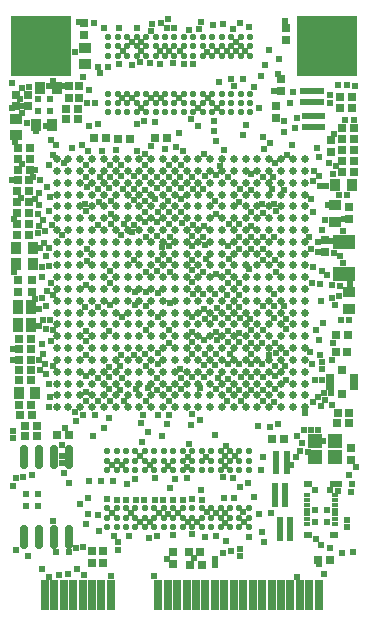
<source format=gts>
G04 Layer_Color=8388736*
%FSLAX25Y25*%
%MOIN*%
G70*
G01*
G75*
%ADD54R,0.02569X0.02962*%
%ADD55R,0.02962X0.02569*%
%ADD56R,0.03750X0.04143*%
%ADD57R,0.04143X0.03750*%
%ADD58R,0.07293X0.04931*%
%ADD59R,0.02470X0.01466*%
%ADD60R,0.02962X0.01860*%
%ADD61C,0.02569*%
%ADD62R,0.05128X0.04537*%
%ADD63R,0.01978X0.01978*%
%ADD64R,0.01978X0.01978*%
%ADD65O,0.02962X0.08080*%
%ADD66C,0.02293*%
%ADD67R,0.02962X0.10443*%
%ADD68R,0.03553X0.04734*%
%ADD69R,0.02569X0.02569*%
%ADD70R,0.02569X0.03159*%
%ADD71R,0.02962X0.05324*%
%ADD72R,0.20285X0.20285*%
%ADD73C,0.02400*%
D54*
X108100Y-46869D02*
D03*
Y-42932D02*
D03*
X24200Y-28868D02*
D03*
Y-24931D02*
D03*
X20700Y-28868D02*
D03*
Y-24931D02*
D03*
X89900Y-31532D02*
D03*
Y-35469D02*
D03*
X55400Y-184268D02*
D03*
Y-180332D02*
D03*
X25900Y-7869D02*
D03*
Y-3932D02*
D03*
X114800Y-149469D02*
D03*
Y-145531D02*
D03*
X114100Y-65232D02*
D03*
Y-69169D02*
D03*
X32000Y-179832D02*
D03*
Y-183768D02*
D03*
X28300Y-183869D02*
D03*
Y-179931D02*
D03*
X93000Y-5632D02*
D03*
Y-9568D02*
D03*
X91500Y-22632D02*
D03*
Y-26568D02*
D03*
X106200Y-76332D02*
D03*
Y-80269D02*
D03*
X8300Y-89531D02*
D03*
Y-93468D02*
D03*
X3900Y-89531D02*
D03*
Y-93468D02*
D03*
D55*
X19732Y-32600D02*
D03*
X23668D02*
D03*
X3032Y-27900D02*
D03*
X6968D02*
D03*
X19732Y-36000D02*
D03*
X23668D02*
D03*
X3032Y-31600D02*
D03*
X6968D02*
D03*
X109632Y-113400D02*
D03*
X113568D02*
D03*
X111831Y-42600D02*
D03*
X115769D02*
D03*
X37132Y-42400D02*
D03*
X41069D02*
D03*
X7569Y-56300D02*
D03*
X3632D02*
D03*
X49409Y-42126D02*
D03*
X53347D02*
D03*
X115769Y-49900D02*
D03*
X111831D02*
D03*
X115668Y-53500D02*
D03*
X111732D02*
D03*
X7468Y-63600D02*
D03*
X3531D02*
D03*
X33068Y-42100D02*
D03*
X29131D02*
D03*
X65069Y-184600D02*
D03*
X61132D02*
D03*
X60632Y-180100D02*
D03*
X64569D02*
D03*
X107869Y-183000D02*
D03*
X103931D02*
D03*
X111132Y-28600D02*
D03*
X115068D02*
D03*
Y-32100D02*
D03*
X111132D02*
D03*
X111831Y-39000D02*
D03*
X115769D02*
D03*
X3831Y-45700D02*
D03*
X7768D02*
D03*
X16831Y-141300D02*
D03*
X20768D02*
D03*
X9968Y-138200D02*
D03*
X6032D02*
D03*
X4031Y-119500D02*
D03*
X7969D02*
D03*
X6132Y-141700D02*
D03*
X10069D02*
D03*
X4231Y-131200D02*
D03*
X8168D02*
D03*
X8068Y-112700D02*
D03*
X4132D02*
D03*
Y-122900D02*
D03*
X8068D02*
D03*
X3731Y-49200D02*
D03*
X7668D02*
D03*
Y-52800D02*
D03*
X3731D02*
D03*
X111831Y-46200D02*
D03*
X115769D02*
D03*
X4431Y-134700D02*
D03*
X8369D02*
D03*
X7969Y-116100D02*
D03*
X4031D02*
D03*
X3531Y-67300D02*
D03*
X7468D02*
D03*
Y-59900D02*
D03*
X3531D02*
D03*
X3432Y-70900D02*
D03*
X7368D02*
D03*
X7468Y-74400D02*
D03*
X3531D02*
D03*
X4132Y-109200D02*
D03*
X8068D02*
D03*
X88432Y-142500D02*
D03*
X92369D02*
D03*
X109932Y-107900D02*
D03*
X113868D02*
D03*
X114269Y-133800D02*
D03*
X110331D02*
D03*
X114169Y-137200D02*
D03*
X110231D02*
D03*
D56*
X11144Y-25500D02*
D03*
X16656D02*
D03*
X15256Y-37800D02*
D03*
X9744D02*
D03*
X8656Y-79000D02*
D03*
X3144D02*
D03*
X109544Y-57800D02*
D03*
X115056D02*
D03*
X3244Y-84200D02*
D03*
X8756D02*
D03*
X3944Y-127100D02*
D03*
X9456D02*
D03*
D57*
X3100Y-35844D02*
D03*
Y-41356D02*
D03*
X26000Y-12144D02*
D03*
Y-17656D02*
D03*
X109600Y-70056D02*
D03*
Y-64544D02*
D03*
X114200Y-99156D02*
D03*
Y-93644D02*
D03*
D58*
X112300Y-87515D02*
D03*
Y-76885D02*
D03*
D59*
X100000Y-170800D02*
D03*
Y-169225D02*
D03*
Y-167650D02*
D03*
Y-166076D02*
D03*
Y-164501D02*
D03*
Y-162926D02*
D03*
Y-161351D02*
D03*
X109547Y-169225D02*
D03*
Y-167650D02*
D03*
Y-166076D02*
D03*
Y-162926D02*
D03*
Y-170800D02*
D03*
Y-161351D02*
D03*
Y-164501D02*
D03*
D60*
X100504Y-174540D02*
D03*
X109047D02*
D03*
X100504Y-157611D02*
D03*
X109047D02*
D03*
D61*
X16661Y-131939D02*
D03*
Y-128002D02*
D03*
Y-124065D02*
D03*
Y-120128D02*
D03*
Y-116191D02*
D03*
Y-112253D02*
D03*
Y-108317D02*
D03*
Y-104379D02*
D03*
Y-100443D02*
D03*
Y-96505D02*
D03*
Y-92568D02*
D03*
Y-88631D02*
D03*
Y-84694D02*
D03*
Y-80757D02*
D03*
Y-76820D02*
D03*
Y-72883D02*
D03*
Y-68946D02*
D03*
Y-65009D02*
D03*
Y-61072D02*
D03*
Y-57135D02*
D03*
Y-53198D02*
D03*
Y-49261D02*
D03*
X20598Y-131939D02*
D03*
Y-128002D02*
D03*
Y-124065D02*
D03*
Y-120128D02*
D03*
Y-116191D02*
D03*
Y-112253D02*
D03*
Y-108317D02*
D03*
Y-104379D02*
D03*
Y-100443D02*
D03*
Y-96505D02*
D03*
Y-92568D02*
D03*
Y-88631D02*
D03*
Y-84694D02*
D03*
Y-80757D02*
D03*
Y-76820D02*
D03*
Y-72883D02*
D03*
Y-68946D02*
D03*
Y-65009D02*
D03*
Y-61072D02*
D03*
Y-57135D02*
D03*
Y-53198D02*
D03*
Y-49261D02*
D03*
X24535Y-131939D02*
D03*
Y-128002D02*
D03*
Y-124065D02*
D03*
Y-120128D02*
D03*
Y-116191D02*
D03*
Y-112253D02*
D03*
Y-108317D02*
D03*
Y-104379D02*
D03*
Y-100443D02*
D03*
Y-96505D02*
D03*
Y-92568D02*
D03*
Y-88631D02*
D03*
Y-84694D02*
D03*
Y-80757D02*
D03*
Y-76820D02*
D03*
Y-72883D02*
D03*
Y-68946D02*
D03*
Y-65009D02*
D03*
Y-61072D02*
D03*
Y-57135D02*
D03*
Y-53198D02*
D03*
Y-49261D02*
D03*
X28472Y-131939D02*
D03*
Y-128002D02*
D03*
Y-124065D02*
D03*
Y-120128D02*
D03*
Y-116191D02*
D03*
Y-112253D02*
D03*
Y-108317D02*
D03*
Y-104379D02*
D03*
Y-100443D02*
D03*
Y-96505D02*
D03*
Y-92568D02*
D03*
Y-88631D02*
D03*
Y-84694D02*
D03*
Y-80757D02*
D03*
Y-76820D02*
D03*
Y-72883D02*
D03*
Y-68946D02*
D03*
Y-65009D02*
D03*
Y-61072D02*
D03*
Y-57135D02*
D03*
Y-53198D02*
D03*
Y-49261D02*
D03*
X32410Y-131939D02*
D03*
Y-128002D02*
D03*
Y-124065D02*
D03*
Y-120128D02*
D03*
Y-116191D02*
D03*
Y-112253D02*
D03*
Y-108317D02*
D03*
Y-104379D02*
D03*
Y-100443D02*
D03*
Y-96505D02*
D03*
Y-92568D02*
D03*
Y-88631D02*
D03*
Y-84694D02*
D03*
Y-80757D02*
D03*
Y-76820D02*
D03*
Y-72883D02*
D03*
Y-68946D02*
D03*
Y-65009D02*
D03*
Y-61072D02*
D03*
Y-57135D02*
D03*
Y-53198D02*
D03*
Y-49261D02*
D03*
X36347Y-131939D02*
D03*
Y-128002D02*
D03*
Y-124065D02*
D03*
Y-120128D02*
D03*
Y-116191D02*
D03*
Y-112253D02*
D03*
Y-108317D02*
D03*
Y-104379D02*
D03*
Y-100443D02*
D03*
Y-96505D02*
D03*
Y-92568D02*
D03*
Y-88631D02*
D03*
Y-84694D02*
D03*
Y-80757D02*
D03*
Y-76820D02*
D03*
Y-72883D02*
D03*
Y-68946D02*
D03*
Y-65009D02*
D03*
Y-61072D02*
D03*
Y-57135D02*
D03*
Y-53198D02*
D03*
Y-49261D02*
D03*
X40284Y-131939D02*
D03*
Y-128002D02*
D03*
Y-124065D02*
D03*
Y-120128D02*
D03*
Y-116191D02*
D03*
Y-112253D02*
D03*
Y-108317D02*
D03*
Y-104379D02*
D03*
Y-100443D02*
D03*
Y-96505D02*
D03*
Y-92568D02*
D03*
Y-88631D02*
D03*
Y-84694D02*
D03*
Y-80757D02*
D03*
Y-76820D02*
D03*
Y-72883D02*
D03*
Y-68946D02*
D03*
Y-65009D02*
D03*
Y-61072D02*
D03*
Y-57135D02*
D03*
Y-53198D02*
D03*
Y-49261D02*
D03*
X44221Y-131939D02*
D03*
Y-128002D02*
D03*
Y-124065D02*
D03*
Y-120128D02*
D03*
Y-116191D02*
D03*
Y-112253D02*
D03*
Y-108317D02*
D03*
Y-104379D02*
D03*
Y-100443D02*
D03*
Y-96505D02*
D03*
Y-92568D02*
D03*
Y-88631D02*
D03*
Y-84694D02*
D03*
Y-80757D02*
D03*
Y-76820D02*
D03*
Y-72883D02*
D03*
Y-68946D02*
D03*
Y-65009D02*
D03*
Y-61072D02*
D03*
Y-57135D02*
D03*
Y-53198D02*
D03*
Y-49261D02*
D03*
X48158Y-131939D02*
D03*
Y-128002D02*
D03*
Y-124065D02*
D03*
Y-120128D02*
D03*
Y-116191D02*
D03*
Y-112253D02*
D03*
Y-108317D02*
D03*
Y-104379D02*
D03*
Y-100443D02*
D03*
Y-96505D02*
D03*
Y-92568D02*
D03*
Y-88631D02*
D03*
Y-84694D02*
D03*
Y-80757D02*
D03*
Y-76820D02*
D03*
Y-72883D02*
D03*
Y-68946D02*
D03*
Y-65009D02*
D03*
Y-61072D02*
D03*
Y-57135D02*
D03*
Y-53198D02*
D03*
Y-49261D02*
D03*
X52095Y-131939D02*
D03*
Y-128002D02*
D03*
Y-124065D02*
D03*
Y-120128D02*
D03*
Y-116191D02*
D03*
Y-112253D02*
D03*
Y-108317D02*
D03*
Y-104379D02*
D03*
Y-100443D02*
D03*
Y-96505D02*
D03*
Y-92568D02*
D03*
Y-88631D02*
D03*
Y-84694D02*
D03*
Y-80757D02*
D03*
Y-76820D02*
D03*
Y-72883D02*
D03*
Y-68946D02*
D03*
Y-65009D02*
D03*
Y-61072D02*
D03*
Y-57135D02*
D03*
Y-53198D02*
D03*
Y-49261D02*
D03*
X56032Y-131939D02*
D03*
Y-128002D02*
D03*
Y-124065D02*
D03*
Y-120128D02*
D03*
Y-116191D02*
D03*
Y-112253D02*
D03*
Y-108317D02*
D03*
Y-104379D02*
D03*
Y-100443D02*
D03*
Y-96505D02*
D03*
Y-92568D02*
D03*
Y-88631D02*
D03*
Y-84694D02*
D03*
Y-80757D02*
D03*
Y-76820D02*
D03*
Y-72883D02*
D03*
Y-68946D02*
D03*
Y-65009D02*
D03*
Y-61072D02*
D03*
Y-57135D02*
D03*
Y-53198D02*
D03*
Y-49261D02*
D03*
X59969Y-131939D02*
D03*
Y-128002D02*
D03*
Y-124065D02*
D03*
Y-120128D02*
D03*
Y-116191D02*
D03*
Y-112253D02*
D03*
Y-108317D02*
D03*
Y-104379D02*
D03*
Y-100443D02*
D03*
Y-96505D02*
D03*
Y-92568D02*
D03*
Y-88631D02*
D03*
Y-84694D02*
D03*
Y-80757D02*
D03*
Y-76820D02*
D03*
Y-72883D02*
D03*
Y-68946D02*
D03*
Y-65009D02*
D03*
Y-61072D02*
D03*
Y-57135D02*
D03*
Y-53198D02*
D03*
Y-49261D02*
D03*
X63906Y-131939D02*
D03*
Y-128002D02*
D03*
Y-124065D02*
D03*
Y-120128D02*
D03*
Y-116191D02*
D03*
Y-112253D02*
D03*
Y-108317D02*
D03*
Y-104379D02*
D03*
Y-100443D02*
D03*
Y-96505D02*
D03*
Y-92568D02*
D03*
Y-88631D02*
D03*
Y-84694D02*
D03*
Y-80757D02*
D03*
Y-76820D02*
D03*
Y-72883D02*
D03*
Y-68946D02*
D03*
Y-65009D02*
D03*
Y-61072D02*
D03*
Y-57135D02*
D03*
Y-53198D02*
D03*
Y-49261D02*
D03*
X67843Y-131939D02*
D03*
Y-128002D02*
D03*
Y-124065D02*
D03*
Y-120128D02*
D03*
Y-116191D02*
D03*
Y-112253D02*
D03*
Y-108317D02*
D03*
Y-104379D02*
D03*
Y-100443D02*
D03*
Y-96505D02*
D03*
Y-92568D02*
D03*
Y-88631D02*
D03*
Y-84694D02*
D03*
Y-80757D02*
D03*
Y-76820D02*
D03*
Y-72883D02*
D03*
Y-68946D02*
D03*
Y-65009D02*
D03*
Y-61072D02*
D03*
Y-57135D02*
D03*
Y-53198D02*
D03*
Y-49261D02*
D03*
X71780Y-131939D02*
D03*
Y-128002D02*
D03*
Y-124065D02*
D03*
Y-120128D02*
D03*
Y-116191D02*
D03*
Y-112253D02*
D03*
Y-108317D02*
D03*
Y-104379D02*
D03*
Y-100443D02*
D03*
Y-96505D02*
D03*
Y-92568D02*
D03*
Y-88631D02*
D03*
Y-84694D02*
D03*
Y-80757D02*
D03*
Y-76820D02*
D03*
Y-72883D02*
D03*
Y-68946D02*
D03*
Y-65009D02*
D03*
Y-61072D02*
D03*
Y-57135D02*
D03*
Y-53198D02*
D03*
Y-49261D02*
D03*
X75717Y-131939D02*
D03*
Y-128002D02*
D03*
Y-124065D02*
D03*
Y-120128D02*
D03*
Y-116191D02*
D03*
Y-112253D02*
D03*
Y-108317D02*
D03*
Y-104379D02*
D03*
Y-100443D02*
D03*
Y-96505D02*
D03*
Y-92568D02*
D03*
Y-88631D02*
D03*
Y-84694D02*
D03*
Y-80757D02*
D03*
Y-76820D02*
D03*
Y-72883D02*
D03*
Y-68946D02*
D03*
Y-65009D02*
D03*
Y-61072D02*
D03*
Y-57135D02*
D03*
Y-53198D02*
D03*
Y-49261D02*
D03*
X79654Y-131939D02*
D03*
Y-128002D02*
D03*
Y-124065D02*
D03*
Y-120128D02*
D03*
Y-116191D02*
D03*
Y-112253D02*
D03*
Y-108317D02*
D03*
Y-104379D02*
D03*
Y-100443D02*
D03*
Y-96505D02*
D03*
Y-92568D02*
D03*
Y-88631D02*
D03*
Y-84694D02*
D03*
Y-80757D02*
D03*
Y-76820D02*
D03*
Y-72883D02*
D03*
Y-68946D02*
D03*
Y-65009D02*
D03*
Y-61072D02*
D03*
Y-57135D02*
D03*
Y-53198D02*
D03*
Y-49261D02*
D03*
X83591Y-131939D02*
D03*
Y-128002D02*
D03*
Y-124065D02*
D03*
Y-120128D02*
D03*
Y-116191D02*
D03*
Y-112253D02*
D03*
Y-108317D02*
D03*
Y-104379D02*
D03*
Y-100443D02*
D03*
Y-96505D02*
D03*
Y-92568D02*
D03*
Y-88631D02*
D03*
Y-84694D02*
D03*
Y-80757D02*
D03*
Y-76820D02*
D03*
Y-72883D02*
D03*
Y-68946D02*
D03*
Y-65009D02*
D03*
Y-61072D02*
D03*
Y-57135D02*
D03*
Y-53198D02*
D03*
Y-49261D02*
D03*
X87528Y-131939D02*
D03*
Y-128002D02*
D03*
Y-124065D02*
D03*
Y-120128D02*
D03*
Y-116191D02*
D03*
Y-112253D02*
D03*
Y-108317D02*
D03*
Y-104379D02*
D03*
Y-100443D02*
D03*
Y-96505D02*
D03*
Y-92568D02*
D03*
Y-88631D02*
D03*
Y-84694D02*
D03*
Y-80757D02*
D03*
Y-76820D02*
D03*
Y-72883D02*
D03*
Y-68946D02*
D03*
Y-65009D02*
D03*
Y-61072D02*
D03*
Y-57135D02*
D03*
Y-53198D02*
D03*
Y-49261D02*
D03*
X91465Y-131939D02*
D03*
Y-128002D02*
D03*
Y-124065D02*
D03*
Y-120128D02*
D03*
Y-116191D02*
D03*
Y-112253D02*
D03*
Y-108317D02*
D03*
Y-104379D02*
D03*
Y-100443D02*
D03*
Y-96505D02*
D03*
Y-92568D02*
D03*
Y-88631D02*
D03*
Y-84694D02*
D03*
Y-80757D02*
D03*
Y-76820D02*
D03*
Y-72883D02*
D03*
Y-68946D02*
D03*
Y-65009D02*
D03*
Y-61072D02*
D03*
Y-57135D02*
D03*
Y-53198D02*
D03*
Y-49261D02*
D03*
X95402Y-131939D02*
D03*
Y-128002D02*
D03*
Y-124065D02*
D03*
Y-120128D02*
D03*
Y-116191D02*
D03*
Y-112253D02*
D03*
Y-108317D02*
D03*
Y-104379D02*
D03*
Y-100443D02*
D03*
Y-96505D02*
D03*
Y-92568D02*
D03*
Y-88631D02*
D03*
Y-84694D02*
D03*
Y-80757D02*
D03*
Y-76820D02*
D03*
Y-72883D02*
D03*
Y-68946D02*
D03*
Y-65009D02*
D03*
Y-61072D02*
D03*
Y-57135D02*
D03*
Y-53198D02*
D03*
Y-49261D02*
D03*
X99339Y-131939D02*
D03*
Y-128002D02*
D03*
Y-124065D02*
D03*
Y-120128D02*
D03*
Y-116191D02*
D03*
Y-112253D02*
D03*
Y-108317D02*
D03*
Y-104379D02*
D03*
Y-100443D02*
D03*
Y-96505D02*
D03*
Y-92568D02*
D03*
Y-88631D02*
D03*
Y-84694D02*
D03*
Y-80757D02*
D03*
Y-76820D02*
D03*
Y-72883D02*
D03*
Y-68946D02*
D03*
Y-65009D02*
D03*
Y-61072D02*
D03*
Y-57135D02*
D03*
Y-53198D02*
D03*
Y-49261D02*
D03*
D62*
X102753Y-148658D02*
D03*
Y-143342D02*
D03*
X109447Y-148658D02*
D03*
Y-143342D02*
D03*
D63*
X105253Y-34928D02*
D03*
X103284D02*
D03*
X101316D02*
D03*
X99347D02*
D03*
X105253Y-38472D02*
D03*
X103284D02*
D03*
X101316D02*
D03*
X99347D02*
D03*
X104753Y-26528D02*
D03*
X102784D02*
D03*
X100816D02*
D03*
X98847D02*
D03*
X104753Y-30072D02*
D03*
X102784D02*
D03*
X100816D02*
D03*
X98847D02*
D03*
D64*
X91028Y-169547D02*
D03*
Y-171516D02*
D03*
Y-173484D02*
D03*
Y-175453D02*
D03*
X94572Y-169547D02*
D03*
Y-171516D02*
D03*
Y-173484D02*
D03*
Y-175453D02*
D03*
X92872Y-164253D02*
D03*
Y-162284D02*
D03*
Y-160316D02*
D03*
Y-158347D02*
D03*
X89328Y-164253D02*
D03*
Y-162284D02*
D03*
Y-160316D02*
D03*
Y-158347D02*
D03*
X89728Y-147447D02*
D03*
Y-149416D02*
D03*
Y-151384D02*
D03*
Y-153353D02*
D03*
X93272Y-147447D02*
D03*
Y-149416D02*
D03*
Y-151384D02*
D03*
Y-153353D02*
D03*
D65*
X5800Y-175089D02*
D03*
X10800D02*
D03*
X15800D02*
D03*
X20800D02*
D03*
X5800Y-148711D02*
D03*
X10800D02*
D03*
X15800D02*
D03*
X20800D02*
D03*
D66*
X33878Y-33698D02*
D03*
Y-30549D02*
D03*
Y-27399D02*
D03*
Y-14801D02*
D03*
Y-11651D02*
D03*
Y-8502D02*
D03*
X37028Y-33698D02*
D03*
Y-30549D02*
D03*
Y-27399D02*
D03*
Y-14801D02*
D03*
Y-11651D02*
D03*
Y-8502D02*
D03*
X40177Y-33698D02*
D03*
Y-30549D02*
D03*
Y-27399D02*
D03*
Y-14801D02*
D03*
Y-11651D02*
D03*
Y-8502D02*
D03*
X43327Y-33698D02*
D03*
Y-30549D02*
D03*
Y-27399D02*
D03*
Y-14801D02*
D03*
Y-11651D02*
D03*
Y-8502D02*
D03*
X46476Y-33698D02*
D03*
Y-30549D02*
D03*
Y-27399D02*
D03*
Y-14801D02*
D03*
Y-11651D02*
D03*
Y-8502D02*
D03*
X49626Y-33698D02*
D03*
Y-30549D02*
D03*
Y-27399D02*
D03*
Y-14801D02*
D03*
Y-11651D02*
D03*
Y-8502D02*
D03*
X52776Y-33698D02*
D03*
Y-30549D02*
D03*
Y-27399D02*
D03*
Y-14801D02*
D03*
Y-11651D02*
D03*
Y-8502D02*
D03*
X55925Y-33698D02*
D03*
Y-30549D02*
D03*
Y-27399D02*
D03*
Y-14801D02*
D03*
Y-11651D02*
D03*
Y-8502D02*
D03*
X59075Y-33698D02*
D03*
Y-30549D02*
D03*
Y-27399D02*
D03*
Y-14801D02*
D03*
Y-11651D02*
D03*
Y-8502D02*
D03*
X62224Y-33698D02*
D03*
Y-30549D02*
D03*
Y-27399D02*
D03*
Y-14801D02*
D03*
Y-11651D02*
D03*
Y-8502D02*
D03*
X65374Y-33698D02*
D03*
Y-30549D02*
D03*
Y-27399D02*
D03*
Y-14801D02*
D03*
Y-11651D02*
D03*
Y-8502D02*
D03*
X68524Y-33698D02*
D03*
Y-30549D02*
D03*
Y-27399D02*
D03*
Y-14801D02*
D03*
Y-11651D02*
D03*
Y-8502D02*
D03*
X71673Y-33698D02*
D03*
Y-30549D02*
D03*
Y-27399D02*
D03*
Y-14801D02*
D03*
Y-11651D02*
D03*
Y-8502D02*
D03*
X74823Y-33698D02*
D03*
Y-30549D02*
D03*
Y-27399D02*
D03*
Y-14801D02*
D03*
Y-11651D02*
D03*
Y-8502D02*
D03*
X77972Y-33698D02*
D03*
Y-30549D02*
D03*
Y-27399D02*
D03*
Y-14801D02*
D03*
Y-11651D02*
D03*
Y-8502D02*
D03*
X81122Y-33698D02*
D03*
Y-30549D02*
D03*
Y-27399D02*
D03*
Y-14801D02*
D03*
Y-11651D02*
D03*
Y-8502D02*
D03*
X80722Y-146702D02*
D03*
Y-149851D02*
D03*
Y-153001D02*
D03*
Y-165599D02*
D03*
Y-168749D02*
D03*
Y-171898D02*
D03*
X77572Y-146702D02*
D03*
Y-149851D02*
D03*
Y-153001D02*
D03*
Y-165599D02*
D03*
Y-168749D02*
D03*
Y-171898D02*
D03*
X74423Y-146702D02*
D03*
Y-149851D02*
D03*
Y-153001D02*
D03*
Y-165599D02*
D03*
Y-168749D02*
D03*
Y-171898D02*
D03*
X71273Y-146702D02*
D03*
Y-149851D02*
D03*
Y-153001D02*
D03*
Y-165599D02*
D03*
Y-168749D02*
D03*
Y-171898D02*
D03*
X68124Y-146702D02*
D03*
Y-149851D02*
D03*
Y-153001D02*
D03*
Y-165599D02*
D03*
Y-168749D02*
D03*
Y-171898D02*
D03*
X64974Y-146702D02*
D03*
Y-149851D02*
D03*
Y-153001D02*
D03*
Y-165599D02*
D03*
Y-168749D02*
D03*
Y-171898D02*
D03*
X61824Y-146702D02*
D03*
Y-149851D02*
D03*
Y-153001D02*
D03*
Y-165599D02*
D03*
Y-168749D02*
D03*
Y-171898D02*
D03*
X58675Y-146702D02*
D03*
Y-149851D02*
D03*
Y-153001D02*
D03*
Y-165599D02*
D03*
Y-168749D02*
D03*
Y-171898D02*
D03*
X55525Y-146702D02*
D03*
Y-149851D02*
D03*
Y-153001D02*
D03*
Y-165599D02*
D03*
Y-168749D02*
D03*
Y-171898D02*
D03*
X52376Y-146702D02*
D03*
Y-149851D02*
D03*
Y-153001D02*
D03*
Y-165599D02*
D03*
Y-168749D02*
D03*
Y-171898D02*
D03*
X49226Y-146702D02*
D03*
Y-149851D02*
D03*
Y-153001D02*
D03*
Y-165599D02*
D03*
Y-168749D02*
D03*
Y-171898D02*
D03*
X46076Y-146702D02*
D03*
Y-149851D02*
D03*
Y-153001D02*
D03*
Y-165599D02*
D03*
Y-168749D02*
D03*
Y-171898D02*
D03*
X42927Y-146702D02*
D03*
Y-149851D02*
D03*
Y-153001D02*
D03*
Y-165599D02*
D03*
Y-168749D02*
D03*
Y-171898D02*
D03*
X39777Y-146702D02*
D03*
Y-149851D02*
D03*
Y-153001D02*
D03*
Y-165599D02*
D03*
Y-168749D02*
D03*
Y-171898D02*
D03*
X36628Y-146702D02*
D03*
Y-149851D02*
D03*
Y-153001D02*
D03*
Y-165599D02*
D03*
Y-168749D02*
D03*
Y-171898D02*
D03*
X33478Y-146702D02*
D03*
Y-149851D02*
D03*
Y-153001D02*
D03*
Y-165599D02*
D03*
Y-168749D02*
D03*
Y-171898D02*
D03*
D67*
X12702Y-194694D02*
D03*
X15852D02*
D03*
X19001D02*
D03*
X22151D02*
D03*
X25300D02*
D03*
X28450D02*
D03*
X31600D02*
D03*
X34749D02*
D03*
X50497Y-194694D02*
D03*
X53647D02*
D03*
X56796D02*
D03*
X59946D02*
D03*
X63096D02*
D03*
X66245D02*
D03*
X69395D02*
D03*
X72544D02*
D03*
X75694D02*
D03*
X78844D02*
D03*
X81993D02*
D03*
X85143D02*
D03*
X88292D02*
D03*
X91442D02*
D03*
X94592D02*
D03*
X97741D02*
D03*
X100891D02*
D03*
X104041D02*
D03*
D68*
X3635Y-104453D02*
D03*
Y-98547D02*
D03*
X7965Y-104453D02*
D03*
Y-98547D02*
D03*
D69*
X111700Y-119466D02*
D03*
D70*
Y-127439D02*
D03*
D71*
X107763Y-123600D02*
D03*
X115637D02*
D03*
D72*
X11520Y-11427D02*
D03*
X106795D02*
D03*
D73*
X61900Y-106800D02*
D03*
X26500Y-109800D02*
D03*
X54000Y-110400D02*
D03*
X14700Y-109900D02*
D03*
X12100Y-114200D02*
D03*
X26300Y-121600D02*
D03*
X94800Y-151300D02*
D03*
X103000Y-175800D02*
D03*
X104900Y-177800D02*
D03*
X2500Y-69200D02*
D03*
X85400Y-148500D02*
D03*
X85500Y-126100D02*
D03*
X98600Y-143800D02*
D03*
X97700Y-146600D02*
D03*
X96364Y-148564D02*
D03*
X100300Y-146800D02*
D03*
X105500Y-143300D02*
D03*
X74700Y-179900D02*
D03*
X73100Y-176500D02*
D03*
X15300Y-48000D02*
D03*
X26176Y-64076D02*
D03*
X26600Y-66400D02*
D03*
X21700Y-45500D02*
D03*
X66200Y-54800D02*
D03*
X58000Y-51230D02*
D03*
X57400Y-40600D02*
D03*
X61367Y-35966D02*
D03*
X63900Y-38100D02*
D03*
X69200Y-39900D02*
D03*
X69800Y-54700D02*
D03*
X69529Y-63323D02*
D03*
X77400Y-70900D02*
D03*
X74000Y-70800D02*
D03*
X81600Y-66900D02*
D03*
X65592Y-75134D02*
D03*
X65500Y-59300D02*
D03*
X77600Y-63500D02*
D03*
X81500Y-59700D02*
D03*
X85277Y-67260D02*
D03*
X81400Y-71700D02*
D03*
X81340Y-75134D02*
D03*
X58315Y-70600D02*
D03*
X54200Y-70800D02*
D03*
X50100Y-70300D02*
D03*
X50409Y-83008D02*
D03*
X54000Y-82800D02*
D03*
X42300D02*
D03*
X89180Y-64064D02*
D03*
X92600Y-59400D02*
D03*
X102100Y-56700D02*
D03*
X102600Y-53300D02*
D03*
X104000Y-48700D02*
D03*
X103400Y-45400D02*
D03*
X77403Y-75134D02*
D03*
X88600Y-59300D02*
D03*
X89700Y-66700D02*
D03*
X104200Y-55000D02*
D03*
X101400Y-62500D02*
D03*
X53700Y-63200D02*
D03*
X49400Y-62600D02*
D03*
X89214Y-75134D02*
D03*
X85277D02*
D03*
X46000Y-47600D02*
D03*
X77403Y-79071D02*
D03*
X65956Y-78000D02*
D03*
X66500Y-82672D02*
D03*
X61655Y-86380D02*
D03*
X61800Y-82800D02*
D03*
X38100Y-54900D02*
D03*
X38800Y-59200D02*
D03*
X34000Y-59000D02*
D03*
X30400Y-59100D02*
D03*
X30700Y-63500D02*
D03*
X34800Y-67400D02*
D03*
Y-70900D02*
D03*
X43300Y-37500D02*
D03*
X42500Y-55000D02*
D03*
X42300Y-59300D02*
D03*
X38100Y-51200D02*
D03*
X31100Y-55200D02*
D03*
X30500Y-71300D02*
D03*
X46472Y-86945D02*
D03*
X38100Y-74700D02*
D03*
X50100Y-86500D02*
D03*
X54181Y-78200D02*
D03*
X51783Y-78408D02*
D03*
X46505Y-93500D02*
D03*
X50500Y-101900D02*
D03*
X42700Y-93400D02*
D03*
X34550Y-51317D02*
D03*
X50300Y-67000D02*
D03*
X46200D02*
D03*
X38500Y-101800D02*
D03*
X34100Y-106400D02*
D03*
X26700Y-79200D02*
D03*
X26800Y-58700D02*
D03*
X26700Y-83100D02*
D03*
X73800Y-87000D02*
D03*
X10757Y-99252D02*
D03*
Y-104790D02*
D03*
X11700Y-110900D02*
D03*
X12900Y-117500D02*
D03*
X13200Y-120800D02*
D03*
X14000Y-124200D02*
D03*
X12000Y-102800D02*
D03*
X13000Y-105800D02*
D03*
X14375Y-102858D02*
D03*
X15300Y-106300D02*
D03*
X9500Y-95950D02*
D03*
X13000Y-98100D02*
D03*
X11800Y-95500D02*
D03*
X10700Y-116300D02*
D03*
X11100Y-119600D02*
D03*
X15300Y-118200D02*
D03*
X54200Y-106200D02*
D03*
X12900Y-73100D02*
D03*
X18329Y-74446D02*
D03*
X10600Y-73900D02*
D03*
X26400Y-91200D02*
D03*
X26200Y-98600D02*
D03*
X38200Y-114500D02*
D03*
X70100Y-109700D02*
D03*
X77800Y-102300D02*
D03*
X70192Y-98800D02*
D03*
X65737Y-109716D02*
D03*
X15100Y-71100D02*
D03*
X14100Y-78900D02*
D03*
X13200Y-81400D02*
D03*
X14200Y-84900D02*
D03*
X11900Y-85200D02*
D03*
X10800Y-71500D02*
D03*
X10600Y-67400D02*
D03*
X12000Y-69400D02*
D03*
X14200Y-66600D02*
D03*
X74000Y-82700D02*
D03*
X65592Y-86945D02*
D03*
X73730Y-78100D02*
D03*
X61700Y-90300D02*
D03*
X73900Y-90400D02*
D03*
X77500Y-90700D02*
D03*
Y-94400D02*
D03*
X11900Y-88700D02*
D03*
X11100Y-79000D02*
D03*
X14700Y-90600D02*
D03*
X2200Y-116100D02*
D03*
X22700Y-133700D02*
D03*
X19500Y-139000D02*
D03*
X2100Y-112700D02*
D03*
X34100Y-118400D02*
D03*
X37700Y-118200D02*
D03*
X34200Y-122000D02*
D03*
X34400Y-129900D02*
D03*
X42500Y-114483D02*
D03*
X73900Y-110200D02*
D03*
X104500Y-114500D02*
D03*
X73700Y-102200D02*
D03*
X61700Y-110100D02*
D03*
X66000Y-102500D02*
D03*
X93000Y-102600D02*
D03*
X93100Y-106000D02*
D03*
X85600Y-106200D02*
D03*
X105000Y-116900D02*
D03*
X103916Y-80101D02*
D03*
X103900Y-76800D02*
D03*
X104100Y-109600D02*
D03*
X103100Y-106300D02*
D03*
X105500Y-103900D02*
D03*
X85277Y-98191D02*
D03*
X89214D02*
D03*
X77900Y-181400D02*
D03*
X92600Y-98100D02*
D03*
X77900Y-179100D02*
D03*
X69300Y-184700D02*
D03*
X37100Y-179400D02*
D03*
Y-177000D02*
D03*
X69300Y-182400D02*
D03*
X53500Y-182600D02*
D03*
X35800Y-175000D02*
D03*
X30700Y-173300D02*
D03*
X65810Y-99116D02*
D03*
X62257Y-94150D02*
D03*
X65600Y-94300D02*
D03*
X77600Y-98700D02*
D03*
X104300Y-58200D02*
D03*
X106600Y-58300D02*
D03*
X110800Y-61200D02*
D03*
X113400D02*
D03*
X107300Y-50700D02*
D03*
X109800Y-51700D02*
D03*
X108900Y-54300D02*
D03*
X51300Y-3900D02*
D03*
X53900Y-2600D02*
D03*
X64200Y-5900D02*
D03*
X64900Y-3600D02*
D03*
X68700Y-4400D02*
D03*
X53600Y-5400D02*
D03*
X48500Y-4200D02*
D03*
X44400Y-16800D02*
D03*
X51200Y-17700D02*
D03*
X85500Y-55300D02*
D03*
X88800Y-55167D02*
D03*
X95100Y-44500D02*
D03*
X89214Y-94254D02*
D03*
X46200Y-114200D02*
D03*
X43000Y-125992D02*
D03*
X27600Y-156500D02*
D03*
X78900Y-166900D02*
D03*
X62600Y-182200D02*
D03*
X13400Y-93300D02*
D03*
X14400Y-62050D02*
D03*
X13300Y-58600D02*
D03*
X14000Y-51300D02*
D03*
X30300Y-18400D02*
D03*
X16400Y-44700D02*
D03*
X14700Y-43000D02*
D03*
X13200Y-38100D02*
D03*
X66000Y-114300D02*
D03*
X61900Y-101900D02*
D03*
X26500Y-126800D02*
D03*
X54346Y-86945D02*
D03*
X61800Y-74800D02*
D03*
X61900Y-78100D02*
D03*
X46200Y-55100D02*
D03*
X81486Y-54324D02*
D03*
X18900Y-24900D02*
D03*
X22800Y-13400D02*
D03*
X27600Y-38100D02*
D03*
X89300Y-50400D02*
D03*
X101300Y-79300D02*
D03*
X65900Y-118000D02*
D03*
X57700Y-119100D02*
D03*
X46300Y-118200D02*
D03*
X39022Y-129970D02*
D03*
X34100Y-125900D02*
D03*
X77933Y-158700D02*
D03*
X72848Y-170438D02*
D03*
X81400Y-79100D02*
D03*
X85277Y-83008D02*
D03*
X93400Y-47900D02*
D03*
X96200Y-39000D02*
D03*
X96900Y-35700D02*
D03*
X94500Y-30400D02*
D03*
X95300Y-27000D02*
D03*
X92500Y-40200D02*
D03*
X69300Y-141300D02*
D03*
X75300Y-5900D02*
D03*
X25700Y-188000D02*
D03*
X50500Y-94000D02*
D03*
X27100Y-162100D02*
D03*
X24600Y-164300D02*
D03*
X27200Y-167700D02*
D03*
X20700Y-157200D02*
D03*
X19200Y-153900D02*
D03*
X26600Y-171000D02*
D03*
X25400Y-178672D02*
D03*
X23100Y-178900D02*
D03*
X20800Y-180100D02*
D03*
X36628Y-162772D02*
D03*
X9600Y-62700D02*
D03*
X74100Y-98600D02*
D03*
X54400Y-97300D02*
D03*
X42800Y-98000D02*
D03*
X69600Y-94200D02*
D03*
X46472Y-106065D02*
D03*
X47700Y-170300D02*
D03*
X85700Y-176800D02*
D03*
X85200Y-173400D02*
D03*
X88100Y-167300D02*
D03*
X113500Y-24600D02*
D03*
X43327Y-5527D02*
D03*
X96800Y-188400D02*
D03*
X113300Y-171900D02*
D03*
X50000Y-175000D02*
D03*
X80700Y-5100D02*
D03*
X72000Y-4300D02*
D03*
X44800Y-13100D02*
D03*
X85243Y-64064D02*
D03*
X69200Y-36600D02*
D03*
X116100Y-24800D02*
D03*
X47000Y-140300D02*
D03*
X44500Y-148300D02*
D03*
X45200Y-143700D02*
D03*
X51630Y-141663D02*
D03*
X73400Y-94400D02*
D03*
X100900Y-75100D02*
D03*
X11900Y-185800D02*
D03*
X20600Y-187400D02*
D03*
X90600Y-20868D02*
D03*
X55925Y-5425D02*
D03*
X110300Y-24700D02*
D03*
X73700Y-55100D02*
D03*
X54236Y-13226D02*
D03*
X60700Y-6200D02*
D03*
X58800Y-46600D02*
D03*
X58000Y-62396D02*
D03*
X52776Y-45924D02*
D03*
X57933Y-55100D02*
D03*
X63800Y-32100D02*
D03*
X57400Y-28874D02*
D03*
X55600Y-17300D02*
D03*
X70213Y-32124D02*
D03*
X70900Y-23500D02*
D03*
X65900Y-71500D02*
D03*
X65700Y-47400D02*
D03*
X76400Y-13200D02*
D03*
X70000Y-13210D02*
D03*
X51275Y-28900D02*
D03*
X50033Y-55266D02*
D03*
X26600Y-55200D02*
D03*
Y-51200D02*
D03*
X50100Y-59000D02*
D03*
X41900Y-17800D02*
D03*
X54100Y-51300D02*
D03*
X56300Y-45300D02*
D03*
X54400Y-159000D02*
D03*
X57214Y-167174D02*
D03*
X60582Y-148495D02*
D03*
X72200Y-155200D02*
D03*
X87700Y-138500D02*
D03*
X90400Y-137600D02*
D03*
X83700Y-138300D02*
D03*
X76172Y-148336D02*
D03*
X72900Y-151400D02*
D03*
X82300Y-161800D02*
D03*
X84200Y-167400D02*
D03*
X84800Y-153000D02*
D03*
X96900Y-141700D02*
D03*
X72800Y-148300D02*
D03*
X74200Y-126100D02*
D03*
X78000Y-121800D02*
D03*
X64300Y-136300D02*
D03*
X73400Y-129900D02*
D03*
X79200Y-170300D02*
D03*
X80300Y-157100D02*
D03*
X72900Y-167122D02*
D03*
X60100Y-155500D02*
D03*
X60043Y-151747D02*
D03*
X69900Y-126000D02*
D03*
X64600Y-125700D02*
D03*
X77500Y-126100D02*
D03*
X70500Y-122100D02*
D03*
X73700Y-122500D02*
D03*
X65900Y-122000D02*
D03*
X25400Y-134600D02*
D03*
X23200Y-136400D02*
D03*
X35564Y-156398D02*
D03*
X30400Y-130000D02*
D03*
X29300Y-134700D02*
D03*
X31600Y-156500D02*
D03*
X32400Y-138800D02*
D03*
X38450Y-151292D02*
D03*
X37700Y-126100D02*
D03*
X47700Y-151300D02*
D03*
X52000Y-162800D02*
D03*
X50500Y-134500D02*
D03*
X50050Y-126100D02*
D03*
X49300Y-162800D02*
D03*
X45500Y-134500D02*
D03*
X44900Y-137200D02*
D03*
X53700Y-167400D02*
D03*
X49600Y-155700D02*
D03*
X56100Y-155800D02*
D03*
X53300Y-137600D02*
D03*
X47200Y-125700D02*
D03*
X53836Y-151426D02*
D03*
X35121Y-151244D02*
D03*
X40100Y-157500D02*
D03*
X42800Y-156000D02*
D03*
X54100Y-126000D02*
D03*
X55300Y-162800D02*
D03*
X61900Y-114300D02*
D03*
X34154Y-135400D02*
D03*
X26500Y-129900D02*
D03*
X38400Y-122100D02*
D03*
X43100Y-162800D02*
D03*
X50200Y-122225D02*
D03*
X46300Y-129967D02*
D03*
X45800Y-162800D02*
D03*
X54100Y-134400D02*
D03*
Y-130000D02*
D03*
X58004Y-122100D02*
D03*
X35000Y-167227D02*
D03*
X41400Y-167200D02*
D03*
X50800D02*
D03*
X33478Y-162678D02*
D03*
X39777Y-162723D02*
D03*
X61655Y-121814D02*
D03*
X85277Y-79071D02*
D03*
X75400Y-155700D02*
D03*
X69672Y-167200D02*
D03*
X61600Y-137900D02*
D03*
X61700Y-134200D02*
D03*
X64900Y-159600D02*
D03*
X58675Y-162825D02*
D03*
X65200Y-162900D02*
D03*
X66822Y-166787D02*
D03*
X61900Y-162700D02*
D03*
X60700Y-144300D02*
D03*
X72400Y-162300D02*
D03*
X66700Y-13400D02*
D03*
X57614Y-13226D02*
D03*
X51000Y-13100D02*
D03*
X46200Y-51200D02*
D03*
X48100Y-44800D02*
D03*
X44900Y-32200D02*
D03*
X48025Y-29000D02*
D03*
X45700Y-36500D02*
D03*
X43400Y-46600D02*
D03*
X47900Y-17100D02*
D03*
X36400Y-46100D02*
D03*
X46100Y-59400D02*
D03*
X38500Y-28986D02*
D03*
X41800Y-28900D02*
D03*
X38700Y-13200D02*
D03*
X34400Y-55189D02*
D03*
X30600Y-37700D02*
D03*
X31800Y-46400D02*
D03*
X25200Y-44500D02*
D03*
X27000Y-46700D02*
D03*
X27500Y-26100D02*
D03*
X37600Y-17500D02*
D03*
X33927Y-18499D02*
D03*
X31100Y-20600D02*
D03*
X71021Y-51546D02*
D03*
X77800Y-59200D02*
D03*
X58100Y-59000D02*
D03*
X54100Y-59100D02*
D03*
X54000Y-55200D02*
D03*
X49500Y-37000D02*
D03*
X76500Y-10179D02*
D03*
X74700Y-22400D02*
D03*
X73293Y-13295D02*
D03*
X69800Y-43300D02*
D03*
X72500Y-46200D02*
D03*
X79700Y-37900D02*
D03*
X82600Y-25100D02*
D03*
X78900Y-22700D02*
D03*
X75900Y-24900D02*
D03*
X69872Y-67623D02*
D03*
X62000Y-71200D02*
D03*
X79573Y-13200D02*
D03*
X86100Y-17800D02*
D03*
X84800Y-21700D02*
D03*
X87300Y-13000D02*
D03*
X89000Y-26500D02*
D03*
X54100Y-67015D02*
D03*
X78800Y-41300D02*
D03*
X87700Y-44000D02*
D03*
X85700Y-45800D02*
D03*
X85600Y-41900D02*
D03*
X84100Y-32100D02*
D03*
X107800Y-30500D02*
D03*
X67000Y-29000D02*
D03*
X62000Y-59167D02*
D03*
X61900Y-55100D02*
D03*
X62200Y-17500D02*
D03*
X59000Y-17400D02*
D03*
X55525Y-174425D02*
D03*
X2000Y-139900D02*
D03*
X28900Y-141433D02*
D03*
X10800Y-60400D02*
D03*
X112700Y-36100D02*
D03*
X80800Y-175100D02*
D03*
X66400Y-148500D02*
D03*
X75700Y-162100D02*
D03*
X2700Y-43400D02*
D03*
X5000Y-25600D02*
D03*
X7500Y-25200D02*
D03*
X29100Y-4000D02*
D03*
X109200Y-40900D02*
D03*
X92700Y-3100D02*
D03*
X6800Y-37300D02*
D03*
X11000Y-56200D02*
D03*
X37300Y-5600D02*
D03*
X32500Y-5700D02*
D03*
X90900Y-15800D02*
D03*
X2400Y-86800D02*
D03*
X2000Y-142200D02*
D03*
X7000Y-181400D02*
D03*
X15300Y-170000D02*
D03*
X9500Y-52800D02*
D03*
X8847Y-55100D02*
D03*
X19100Y-50700D02*
D03*
X107900Y-28000D02*
D03*
X29400Y-30500D02*
D03*
X26800Y-30600D02*
D03*
X58000Y-125900D02*
D03*
X73077Y-145050D02*
D03*
X14200Y-188400D02*
D03*
X17300Y-187900D02*
D03*
X34700Y-188200D02*
D03*
X63600Y-170200D02*
D03*
X47500Y-175700D02*
D03*
X69900Y-175000D02*
D03*
X60300Y-170300D02*
D03*
X66000Y-175200D02*
D03*
X61824Y-174376D02*
D03*
X72200Y-180600D02*
D03*
X40800Y-174800D02*
D03*
X44400Y-170300D02*
D03*
X18400Y-144600D02*
D03*
X23600Y-185900D02*
D03*
X30300Y-167800D02*
D03*
X89500Y-82800D02*
D03*
X9700Y-40000D02*
D03*
X10900Y-64700D02*
D03*
X3200Y-179400D02*
D03*
X16400Y-180300D02*
D03*
X102200Y-67000D02*
D03*
X109100Y-80400D02*
D03*
X111153Y-81600D02*
D03*
X89750Y-86900D02*
D03*
X108700Y-110700D02*
D03*
X101200Y-113700D02*
D03*
X34700Y-63100D02*
D03*
X46000Y-63200D02*
D03*
X42600Y-63000D02*
D03*
X42535Y-71197D02*
D03*
X46300Y-98100D02*
D03*
X30400Y-98400D02*
D03*
X39100Y-70900D02*
D03*
X12546Y-77154D02*
D03*
X41900Y-73700D02*
D03*
X46472Y-75134D02*
D03*
X54346D02*
D03*
X50200Y-74900D02*
D03*
X46000Y-70300D02*
D03*
X14300Y-128600D02*
D03*
X14000Y-131900D02*
D03*
X30400Y-122200D02*
D03*
X26500Y-114400D02*
D03*
Y-106500D02*
D03*
X15400Y-94600D02*
D03*
X69800Y-87400D02*
D03*
X34300Y-86500D02*
D03*
X34400Y-90600D02*
D03*
X14368Y-29331D02*
D03*
X10431D02*
D03*
X14368Y-33268D02*
D03*
X10431D02*
D03*
X10469Y-164868D02*
D03*
Y-160932D02*
D03*
X6532Y-164868D02*
D03*
Y-160932D02*
D03*
X108100Y-76700D02*
D03*
X112000Y-73300D02*
D03*
X80850Y-86016D02*
D03*
X108500Y-116100D02*
D03*
X102900Y-159500D02*
D03*
X107783Y-159541D02*
D03*
X115300Y-180200D02*
D03*
X103982Y-184282D02*
D03*
X110800Y-157500D02*
D03*
X24000Y-3700D02*
D03*
X77900Y-3800D02*
D03*
X1900Y-56300D02*
D03*
Y-24000D02*
D03*
X4900Y-62200D02*
D03*
X5200Y-51000D02*
D03*
X49100Y-188200D02*
D03*
X110500Y-159900D02*
D03*
X92300Y-36700D02*
D03*
X112331Y-69169D02*
D03*
X5600Y-31500D02*
D03*
X2196Y-158100D02*
D03*
X107000Y-64600D02*
D03*
X5531Y-155168D02*
D03*
X5000Y-33968D02*
D03*
X4487Y-29316D02*
D03*
X1896Y-32245D02*
D03*
X102931Y-170069D02*
D03*
X107739Y-179014D02*
D03*
X106869Y-166131D02*
D03*
Y-170069D02*
D03*
X102931Y-166131D02*
D03*
X111900Y-180400D02*
D03*
X105800Y-187400D02*
D03*
X3200Y-155637D02*
D03*
X8563Y-154429D02*
D03*
X18308Y-148236D02*
D03*
Y-150598D02*
D03*
X57978Y-67000D02*
D03*
X115800Y-36200D02*
D03*
X50500Y-117400D02*
D03*
X50600Y-114000D02*
D03*
X34400Y-97900D02*
D03*
X14100Y-24900D02*
D03*
X15300Y-23100D02*
D03*
X44900Y-10100D02*
D03*
X41842Y-10100D02*
D03*
X48100Y-6500D02*
D03*
X25400Y-21900D02*
D03*
X102100Y-85100D02*
D03*
X101900Y-90400D02*
D03*
X104600Y-90900D02*
D03*
X110900Y-94900D02*
D03*
X112200Y-84000D02*
D03*
X108600Y-95700D02*
D03*
X108300Y-91100D02*
D03*
X103800Y-139600D02*
D03*
X69529Y-117877D02*
D03*
Y-102129D02*
D03*
X69700Y-114300D02*
D03*
X73800Y-106400D02*
D03*
X69836Y-106728D02*
D03*
X73850Y-117684D02*
D03*
X101400Y-139600D02*
D03*
X106200Y-129647D02*
D03*
X108100Y-127300D02*
D03*
X89300Y-118100D02*
D03*
X85300Y-121800D02*
D03*
X89600Y-121500D02*
D03*
X93043Y-113905D02*
D03*
X81100Y-102400D02*
D03*
X81340Y-106065D02*
D03*
X85000Y-110400D02*
D03*
X89214Y-102129D02*
D03*
X89200Y-130200D02*
D03*
X105800Y-127347D02*
D03*
X105100Y-123000D02*
D03*
X93100Y-122900D02*
D03*
X92800Y-118300D02*
D03*
X85500Y-129900D02*
D03*
X105200Y-119200D02*
D03*
X101700Y-117500D02*
D03*
X89600Y-125800D02*
D03*
X81500Y-126300D02*
D03*
X78100Y-129900D02*
D03*
X81340Y-121814D02*
D03*
X77500Y-117700D02*
D03*
X81300Y-117400D02*
D03*
X89400Y-110500D02*
D03*
X89700Y-113900D02*
D03*
X74300Y-114100D02*
D03*
X77490Y-107250D02*
D03*
X77500Y-110200D02*
D03*
X87271Y-114538D02*
D03*
X104950Y-72900D02*
D03*
X106000Y-69600D02*
D03*
X114300Y-91000D02*
D03*
X104900Y-96700D02*
D03*
X109600Y-98000D02*
D03*
X106900Y-88000D02*
D03*
X105200Y-86400D02*
D03*
X111000Y-91400D02*
D03*
X114100Y-102900D02*
D03*
X111500Y-102800D02*
D03*
X102753Y-123000D02*
D03*
X99000Y-139400D02*
D03*
X99600Y-133900D02*
D03*
X102200Y-130300D02*
D03*
X103800Y-128600D02*
D03*
X104800Y-131500D02*
D03*
X108500Y-131100D02*
D03*
X113400Y-169400D02*
D03*
X114800Y-160200D02*
D03*
X115100Y-157500D02*
D03*
X114200Y-154400D02*
D03*
X116400Y-151900D02*
D03*
X85100Y-117400D02*
D03*
X81400Y-110500D02*
D03*
X81500Y-114100D02*
D03*
M02*

</source>
